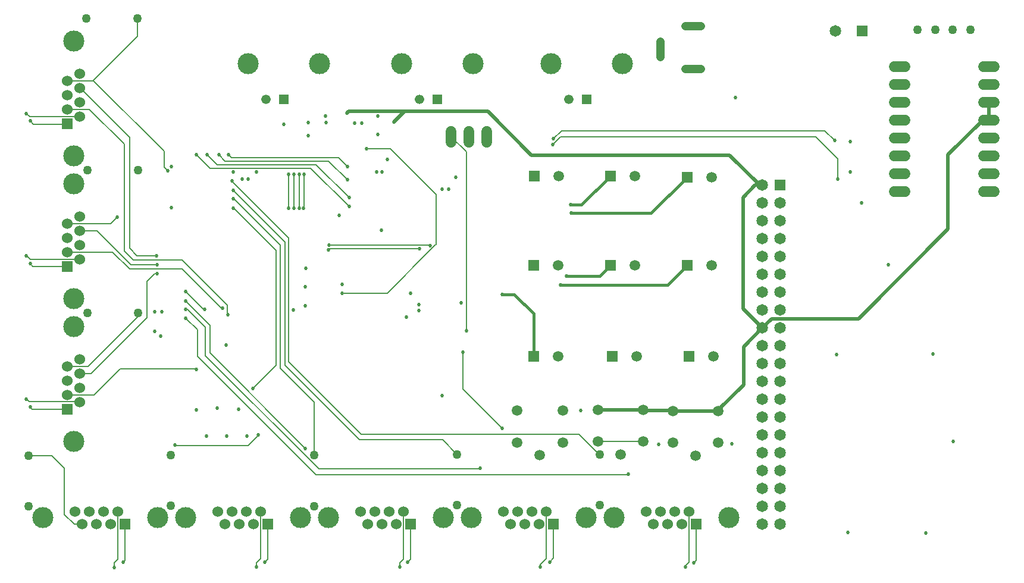
<source format=gbr>
G04 EAGLE Gerber RS-274X export*
G75*
%MOMM*%
%FSLAX34Y34*%
%LPD*%
%INBottom Copper*%
%IPPOS*%
%AMOC8*
5,1,8,0,0,1.08239X$1,22.5*%
G01*
G04 Define Apertures*
%ADD10R,1.500000X1.500000*%
%ADD11C,1.500000*%
%ADD12C,1.524000*%
%ADD13R,1.335000X1.335000*%
%ADD14C,1.335000*%
%ADD15C,3.000000*%
%ADD16C,1.524000*%
%ADD17R,1.524000X1.524000*%
%ADD18C,1.200000*%
%ADD19C,1.260000*%
%ADD20R,1.650000X1.650000*%
%ADD21C,1.650000*%
%ADD22C,0.525000*%
%ADD23C,0.152400*%
%ADD24C,0.406400*%
%ADD25C,0.508000*%
D10*
X969260Y334360D03*
D11*
X1004260Y334360D03*
D12*
X1389150Y569490D02*
X1404390Y569490D01*
X1404390Y594890D02*
X1389150Y594890D01*
X1389150Y620290D02*
X1404390Y620290D01*
X1404390Y645690D02*
X1389150Y645690D01*
X1389150Y671090D02*
X1404390Y671090D01*
X1404390Y696490D02*
X1389150Y696490D01*
X1389150Y721890D02*
X1404390Y721890D01*
X1404390Y747290D02*
X1389150Y747290D01*
X1277390Y569490D02*
X1262150Y569490D01*
X1262150Y594890D02*
X1277390Y594890D01*
X1277390Y620290D02*
X1262150Y620290D01*
X1262150Y645690D02*
X1277390Y645690D01*
X1277390Y671090D02*
X1262150Y671090D01*
X1262150Y696490D02*
X1277390Y696490D01*
X1277390Y721890D02*
X1262150Y721890D01*
X1262150Y747290D02*
X1277390Y747290D01*
D13*
X393470Y700300D03*
D14*
X368070Y700300D03*
D15*
X444270Y751100D03*
X342670Y751100D03*
D13*
X824000Y700300D03*
D14*
X798600Y700300D03*
D15*
X874800Y751100D03*
X773200Y751100D03*
D16*
X102640Y737130D03*
X102640Y716810D03*
X102640Y696490D03*
X102640Y676170D03*
X84860Y726970D03*
X84860Y706650D03*
X84860Y686330D03*
D17*
X84860Y666010D03*
D15*
X94050Y620070D03*
X94050Y783070D03*
D16*
X102640Y533930D03*
X102640Y513610D03*
X102640Y493290D03*
X102640Y472970D03*
X84860Y523770D03*
X84860Y503450D03*
X84860Y483130D03*
D17*
X84860Y462810D03*
D15*
X94050Y416870D03*
X94050Y579870D03*
D16*
X102640Y330730D03*
X102640Y310410D03*
X102640Y290090D03*
X102640Y269770D03*
X84860Y320570D03*
X84860Y300250D03*
X84860Y279930D03*
D17*
X84860Y259610D03*
D15*
X94050Y213670D03*
X94050Y376670D03*
D16*
X96290Y113560D03*
X116610Y113560D03*
X136930Y113560D03*
X157250Y113560D03*
X106450Y95780D03*
X126770Y95780D03*
X147090Y95780D03*
D17*
X167410Y95780D03*
D15*
X213350Y104970D03*
X50350Y104970D03*
D16*
X299490Y113560D03*
X319810Y113560D03*
X340130Y113560D03*
X360450Y113560D03*
X309650Y95780D03*
X329970Y95780D03*
X350290Y95780D03*
D17*
X370610Y95780D03*
D15*
X416550Y104970D03*
X253550Y104970D03*
D16*
X502690Y113560D03*
X523010Y113560D03*
X543330Y113560D03*
X563650Y113560D03*
X512850Y95780D03*
X533170Y95780D03*
X553490Y95780D03*
D17*
X573810Y95780D03*
D15*
X619750Y104970D03*
X456750Y104970D03*
D16*
X705890Y113560D03*
X726210Y113560D03*
X746530Y113560D03*
X766850Y113560D03*
X716050Y95780D03*
X736370Y95780D03*
X756690Y95780D03*
D17*
X777010Y95780D03*
D15*
X822950Y104970D03*
X659950Y104970D03*
D16*
X909090Y113560D03*
X929410Y113560D03*
X949730Y113560D03*
X970050Y113560D03*
X919250Y95780D03*
X939570Y95780D03*
X959890Y95780D03*
D17*
X980210Y95780D03*
D15*
X1026150Y104970D03*
X863150Y104970D03*
D18*
X964410Y804370D02*
X986410Y804370D01*
X929410Y782870D02*
X929410Y760870D01*
X964410Y743370D02*
X986410Y743370D01*
D19*
X1294870Y799870D03*
X1319870Y799870D03*
X1344870Y799870D03*
X1369870Y799870D03*
X30250Y121130D03*
X30250Y193530D03*
X232389Y122019D03*
X232389Y194419D03*
X436650Y121810D03*
X436650Y194210D03*
X639850Y123080D03*
X639850Y195480D03*
X843050Y123080D03*
X843050Y195480D03*
X112160Y815870D03*
X184560Y815870D03*
X113430Y599970D03*
X185830Y599970D03*
X113430Y396770D03*
X185830Y396770D03*
D10*
X749550Y590900D03*
D11*
X784550Y590900D03*
D10*
X857500Y590900D03*
D11*
X892500Y590900D03*
D10*
X966720Y589630D03*
D11*
X1001720Y589630D03*
D10*
X748280Y463900D03*
D11*
X783280Y463900D03*
D10*
X857500Y463900D03*
D11*
X892500Y463900D03*
D10*
X966720Y463900D03*
D11*
X1001720Y463900D03*
D10*
X748280Y334360D03*
D11*
X783280Y334360D03*
D10*
X860040Y334360D03*
D11*
X895040Y334360D03*
D13*
X611910Y700300D03*
D14*
X586510Y700300D03*
D15*
X662710Y751100D03*
X561110Y751100D03*
D20*
X1216430Y798090D03*
D21*
X1178330Y798090D03*
D20*
X1099550Y578230D03*
D21*
X1074150Y578230D03*
X1099550Y552830D03*
X1074150Y552830D03*
X1099550Y527430D03*
X1074150Y527430D03*
X1099550Y502030D03*
X1074150Y502030D03*
X1099550Y476630D03*
X1074150Y476630D03*
X1099550Y451230D03*
X1074150Y451230D03*
X1099550Y425830D03*
X1074150Y425830D03*
X1099550Y400430D03*
X1074150Y400430D03*
X1099550Y375030D03*
X1074150Y375030D03*
X1099550Y349630D03*
X1074150Y349630D03*
X1099550Y324230D03*
X1074150Y324230D03*
X1099550Y298830D03*
X1074150Y298830D03*
X1099550Y273430D03*
X1074150Y273430D03*
X1099550Y248030D03*
X1074150Y248030D03*
X1099550Y222630D03*
X1074150Y222630D03*
X1099550Y197230D03*
X1074150Y197230D03*
X1099550Y171830D03*
X1074150Y171830D03*
X1099550Y146430D03*
X1074150Y146430D03*
X1099550Y121030D03*
X1074150Y121030D03*
X1099550Y95630D03*
X1074150Y95630D03*
D12*
X682220Y639750D02*
X682220Y654990D01*
X656820Y654990D02*
X656820Y639750D01*
X631420Y639750D02*
X631420Y654990D01*
D11*
X946460Y256986D03*
X1011460Y256986D03*
X1011460Y211986D03*
X946460Y211986D03*
X978960Y193486D03*
X839780Y258390D03*
X904780Y258390D03*
X904780Y213390D03*
X839780Y213390D03*
X872280Y194890D03*
X724940Y257390D03*
X789940Y257390D03*
X789940Y212390D03*
X724940Y212390D03*
X757440Y193890D03*
D22*
X333780Y587270D03*
X342670Y587270D03*
X627420Y572810D03*
X618530Y572810D03*
X1036090Y702840D03*
X1215160Y552980D03*
X1030280Y210670D03*
X533170Y597430D03*
X525550Y597430D03*
X472210Y535200D03*
X233450Y546630D03*
X1306600Y83080D03*
X1196110Y84350D03*
X585240Y408200D03*
X573810Y424710D03*
X645260Y410660D03*
X618260Y278660D03*
X585240Y399911D03*
X282980Y221510D03*
X312190Y221510D03*
X424162Y460270D03*
X423950Y433600D03*
X423950Y406930D03*
X209320Y398040D03*
X209320Y370100D03*
X233450Y605050D03*
X218210Y363750D03*
X321080Y597430D03*
X1345970Y213890D03*
X926140Y209400D03*
X452388Y676434D03*
X340647Y220993D03*
X1179830Y336880D03*
X1253490Y465150D03*
X1316990Y337820D03*
X815340Y257810D03*
X427990Y648970D03*
X531577Y514390D03*
X527050Y676676D03*
X527050Y650240D03*
X494030Y666750D03*
X393302Y664572D03*
X269010Y258340D03*
X298220Y260880D03*
X328700Y259610D03*
X567460Y390420D03*
X476020Y437410D03*
X219480Y398040D03*
X311343Y351050D03*
X407017Y400580D03*
X637557Y589837D03*
X427760Y667280D03*
X1198880Y640080D03*
X1198880Y596900D03*
X354330Y596900D03*
X504190Y666750D03*
X540604Y614861D03*
D23*
X184560Y790469D02*
X184560Y815870D01*
X184560Y790469D02*
X121116Y726970D01*
X84860Y726970D01*
X121116Y726970D02*
X122386Y726970D01*
D22*
X227679Y598590D03*
D23*
X222599Y603670D02*
X222599Y626757D01*
X222599Y603670D02*
X227679Y598590D01*
X222599Y626757D02*
X122386Y726970D01*
D22*
X155980Y532660D03*
D23*
X147090Y523770D01*
X84860Y523770D01*
X185830Y396770D02*
X185830Y391690D01*
X114710Y320570D02*
X84860Y320570D01*
X114710Y320570D02*
X185830Y391690D01*
X106450Y95780D02*
X95020Y95780D01*
X81050Y109750D01*
X81050Y175790D01*
X63310Y193530D01*
X30250Y193530D01*
D22*
X321080Y545360D03*
D23*
X322350Y545360D02*
X382463Y485247D01*
X322350Y545360D02*
X321080Y545360D01*
D22*
X349443Y288820D03*
D23*
X382463Y321840D02*
X382463Y485247D01*
X382463Y321840D02*
X349443Y288820D01*
X436650Y269770D02*
X436650Y194210D01*
X436650Y269770D02*
X388390Y318030D01*
X388390Y493290D01*
X322350Y559330D01*
X321080Y559330D01*
D22*
X321080Y559330D03*
D23*
X394740Y497100D02*
X394740Y321840D01*
X394740Y497100D02*
X321080Y570760D01*
D22*
X321080Y570760D03*
D23*
X619462Y215868D02*
X639850Y195480D01*
X500712Y215868D02*
X394740Y321840D01*
X500712Y215868D02*
X619462Y215868D01*
X502998Y223742D02*
X813458Y223742D01*
X502998Y223742D02*
X399820Y326920D01*
X399820Y503450D01*
X319810Y583460D01*
X319810Y584730D01*
D22*
X319810Y584730D03*
D23*
X841720Y195480D02*
X843050Y195480D01*
X841720Y195480D02*
X813458Y223742D01*
X173506Y646445D02*
X103141Y716810D01*
X102640Y716810D01*
X173506Y646445D02*
X173506Y488432D01*
X183888Y478050D02*
X211828Y478050D01*
X183888Y478050D02*
X173506Y488432D01*
D22*
X211828Y478050D03*
X213130Y465350D03*
D23*
X127539Y513610D02*
X102640Y513610D01*
X175799Y465350D02*
X213130Y465350D01*
X175799Y465350D02*
X127539Y513610D01*
D22*
X280440Y401850D03*
D23*
X279805Y401215D02*
X253770Y427250D01*
X279805Y401215D02*
X280440Y401850D01*
D22*
X253770Y427250D03*
X213130Y452650D03*
D23*
X118619Y310156D02*
X102894Y310156D01*
X102640Y310410D01*
X209320Y452650D02*
X213130Y452650D01*
X209320Y452650D02*
X197972Y441302D01*
X197972Y389509D01*
X118619Y310156D01*
D22*
X423950Y203730D03*
X253770Y413280D03*
D23*
X288060Y378990D02*
X288060Y339620D01*
X423950Y203730D01*
X288060Y378990D02*
X253770Y413280D01*
D22*
X883690Y166900D03*
X253674Y389054D03*
D23*
X270184Y372544D01*
X270184Y334923D01*
X883364Y166574D02*
X883690Y166900D01*
X883364Y166574D02*
X438533Y166574D01*
X270184Y334923D01*
D22*
X253770Y401850D03*
D23*
X256310Y401850D02*
X281710Y376450D01*
X256310Y401850D02*
X253770Y401850D01*
D22*
X672870Y175367D03*
D23*
X671951Y174448D02*
X443072Y174448D01*
X671951Y174448D02*
X672870Y175367D01*
X443072Y174448D02*
X281710Y335810D01*
X281710Y376450D01*
X116610Y686330D02*
X84860Y686330D01*
X116610Y686330D02*
X166140Y636800D01*
X166140Y484400D01*
X178840Y471700D01*
X248690Y471700D01*
X312190Y408200D01*
X312472Y408200D01*
D22*
X313742Y394230D03*
D23*
X312472Y395500D02*
X312472Y408200D01*
X312472Y395500D02*
X313742Y394230D01*
X149630Y483130D02*
X84860Y483130D01*
X149630Y483130D02*
X173760Y459000D01*
X248690Y459000D01*
X304570Y403120D02*
X305840Y403120D01*
X304570Y403120D02*
X248690Y459000D01*
D22*
X305840Y403120D03*
D23*
X160044Y317014D02*
X122960Y279930D01*
X84860Y279930D01*
D22*
X268317Y316183D03*
D23*
X267486Y317014D01*
X160044Y317014D01*
X239800Y207540D02*
X342670Y207540D01*
X239800Y207540D02*
X238530Y208810D01*
D22*
X238530Y208810D03*
D23*
X342670Y207540D02*
X357061Y221931D01*
D22*
X356640Y223201D03*
D23*
X357061Y222780D02*
X357061Y221931D01*
X357061Y222780D02*
X356640Y223201D01*
D22*
X800870Y550250D03*
D24*
X816850Y550250D01*
X857500Y590900D01*
D22*
X802140Y538820D03*
D24*
X915910Y538820D01*
X966720Y589630D01*
D22*
X795550Y449110D03*
D24*
X842710Y449110D01*
X857500Y463900D01*
D22*
X786550Y436140D03*
D24*
X938960Y436140D01*
X966720Y463900D01*
D22*
X703540Y423170D03*
D24*
X720940Y423170D02*
X748280Y395830D01*
X720940Y423170D02*
X703540Y423170D01*
X748280Y395830D02*
X748280Y334360D01*
D25*
X1387880Y671090D02*
X1395500Y671090D01*
X1396770Y671090D01*
X1396770Y672360D02*
X1396770Y696490D01*
X1396770Y672360D02*
X1395500Y671090D01*
X1387880Y671090D02*
X1338350Y621560D01*
X1047520Y348400D02*
X1047520Y294316D01*
X1047520Y348400D02*
X1074150Y375030D01*
X1338350Y516150D02*
X1338350Y621560D01*
X1047520Y294316D02*
X1011460Y258256D01*
X1011460Y256986D01*
X946460Y256986D01*
X945460Y257986D01*
X905185Y257986D01*
X904780Y258390D01*
X839780Y258390D01*
D22*
X453160Y667280D03*
D25*
X1046890Y402290D02*
X1074150Y375030D01*
X1046890Y402290D02*
X1046890Y561130D01*
X1063990Y578230D02*
X1074150Y578230D01*
X1063990Y578230D02*
X1046890Y561130D01*
X1210560Y388360D02*
X1338350Y516150D01*
X1210560Y388360D02*
X1087480Y388360D01*
X1074150Y375030D01*
X1074150Y578230D02*
X1070230Y578230D01*
X1027430Y621030D01*
X745490Y621030D01*
X683260Y683260D01*
X565150Y683260D01*
X485140Y683260D01*
X482600Y680720D01*
D22*
X482600Y680720D03*
X549910Y668020D03*
D25*
X565150Y683260D01*
D23*
X84860Y259610D02*
X35330Y259610D01*
D22*
X976645Y40925D03*
D23*
X980210Y44490D01*
X980210Y95780D01*
X84860Y666010D02*
X83590Y664740D01*
X37070Y664740D01*
D22*
X32113Y669697D03*
D23*
X37070Y664740D01*
D22*
X32113Y466620D03*
D23*
X35923Y462810D01*
X84860Y462810D01*
D22*
X32113Y263081D03*
D23*
X32113Y262827D01*
X35330Y259610D01*
D22*
X164480Y41763D03*
D23*
X167410Y44693D01*
X167410Y95780D01*
D22*
X366410Y41763D03*
D23*
X370610Y45963D01*
X370610Y95780D01*
D22*
X569365Y41763D03*
D23*
X573810Y46208D01*
X573810Y95780D01*
D22*
X771295Y41763D03*
D23*
X777010Y47478D01*
X777010Y95780D01*
X839780Y213390D02*
X904780Y213390D01*
D22*
X703580Y232209D03*
D23*
X647700Y288089D01*
X647700Y340360D01*
D22*
X647700Y340360D03*
X483640Y605050D03*
D23*
X470940Y617750D01*
D22*
X314730Y621560D03*
D23*
X318540Y617750D01*
X470940Y617750D01*
D22*
X483640Y586000D03*
X300760Y621560D03*
D23*
X309650Y612670D01*
X456970Y612670D01*
X483640Y586000D01*
D22*
X486180Y560600D03*
X284250Y621560D03*
D23*
X298220Y607590D01*
X439190Y607590D01*
X486180Y560600D01*
D22*
X486180Y547900D03*
X269010Y621560D03*
D23*
X288060Y602510D01*
X431570Y602510D01*
X486180Y547900D01*
D22*
X652780Y370840D03*
D23*
X652780Y626010D01*
X631420Y647370D01*
D22*
X776655Y644561D03*
X456547Y486182D03*
X586510Y488210D03*
D23*
X458152Y487787D02*
X456547Y486182D01*
X586087Y487787D02*
X586510Y488210D01*
X586087Y487787D02*
X458152Y487787D01*
D22*
X1177060Y641833D03*
D23*
X1162902Y655991D02*
X788085Y655991D01*
X776655Y644561D01*
X1162902Y655991D02*
X1177060Y641833D01*
D22*
X775824Y636503D03*
X457130Y492702D03*
D23*
X457295Y492867D01*
X786743Y647422D02*
X1149628Y647422D01*
X786743Y647422D02*
X775824Y636503D01*
X1149628Y647422D02*
X1181100Y615950D01*
X1181100Y586740D01*
D22*
X1181100Y586740D03*
X601377Y492393D03*
D23*
X600903Y492867D02*
X457295Y492867D01*
X600903Y492867D02*
X601377Y492393D01*
D22*
X476020Y424710D03*
D23*
X540280Y424710D01*
X602615Y487045D01*
X609168Y493598D01*
X544830Y629920D02*
X510540Y629920D01*
D22*
X510540Y629920D03*
D23*
X609844Y494274D02*
X609168Y493598D01*
X609844Y494274D02*
X609844Y564906D01*
X544830Y629920D01*
D22*
X399820Y593620D03*
X399853Y545563D03*
D23*
X399820Y545596D02*
X399820Y593620D01*
X399820Y545596D02*
X399853Y545563D01*
D22*
X407735Y593620D03*
D23*
X407735Y545655D01*
D22*
X407643Y545393D03*
D23*
X407643Y545563D02*
X407735Y545655D01*
X407643Y545563D02*
X407643Y545393D01*
D22*
X415525Y593620D03*
D23*
X415441Y593536D01*
D22*
X414890Y545360D03*
D23*
X415441Y545911D02*
X415441Y593536D01*
X415441Y545911D02*
X414890Y545360D01*
D22*
X421443Y545393D03*
D23*
X422045Y545995D01*
D22*
X422045Y594043D03*
D23*
X422045Y545995D01*
X102132Y675662D02*
X31774Y675662D01*
X27456Y273580D02*
X30758Y270278D01*
X100862Y270278D01*
X32790Y472970D02*
X27710Y478050D01*
D22*
X26863Y680615D03*
D23*
X26863Y680573D02*
X31774Y675662D01*
X26863Y680573D02*
X26863Y680615D01*
X969542Y113052D02*
X970050Y113560D01*
X969542Y41678D02*
X964970Y37106D01*
X969542Y41678D02*
X969542Y113052D01*
X766850Y113560D02*
X766342Y113052D01*
X766342Y47012D02*
X757960Y38630D01*
X766342Y47012D02*
X766342Y113052D01*
X563650Y113560D02*
X563142Y113052D01*
X102132Y675662D02*
X102640Y676170D01*
X102640Y472970D02*
X32790Y472970D01*
X101370Y269770D02*
X102640Y269770D01*
X101370Y269770D02*
X100862Y270278D01*
X359942Y113052D02*
X360450Y113560D01*
D22*
X26863Y478050D03*
D23*
X27710Y478050D01*
D22*
X26863Y273580D03*
D23*
X27456Y273580D01*
D22*
X152170Y34566D03*
D23*
X152170Y41119D01*
D22*
X354100Y35243D03*
D23*
X359942Y46961D02*
X359942Y113052D01*
X354100Y41119D02*
X354100Y35243D01*
X354100Y41119D02*
X359942Y46961D01*
D22*
X558570Y35243D03*
D23*
X563142Y45936D02*
X563142Y113052D01*
X558570Y41364D02*
X558570Y35243D01*
X558570Y41364D02*
X563142Y45936D01*
D22*
X757960Y35243D03*
D23*
X757960Y38630D01*
D22*
X964970Y35243D03*
D23*
X964970Y37106D01*
X157250Y46199D02*
X152170Y41119D01*
X157250Y46199D02*
X157250Y113560D01*
M02*

</source>
